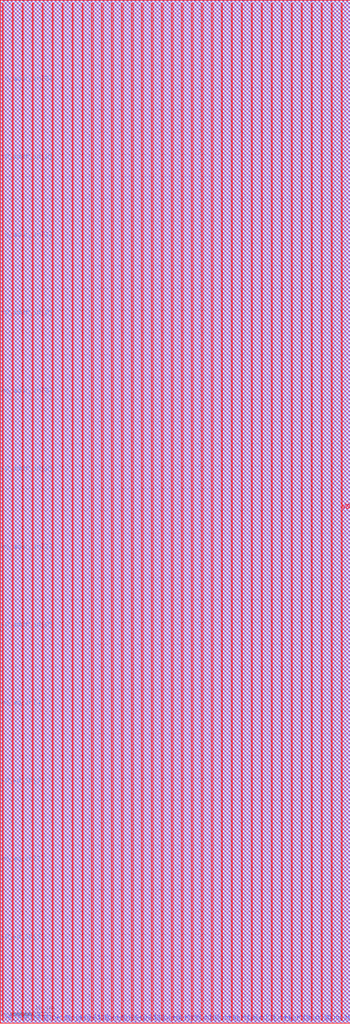
<source format=lef>
VERSION 5.7 ;
BUSBITCHARS "[]" ;
MACRO fakeram_18x256_1r1w
  FOREIGN fakeram_18x256_1r1w 0 0 ;
  SYMMETRY X Y R90 ;
  SIZE 78.660 BY 229.600 ;
  CLASS BLOCK ;
  PIN w0_wd_in[0]
    DIRECTION INPUT ;
    USE SIGNAL ;
    SHAPE ABUTMENT ;
    PORT
      LAYER metal3 ;
      RECT 0.000 0.805 0.140 0.875 ;
    END
  END w0_wd_in[0]
  PIN w0_wd_in[1]
    DIRECTION INPUT ;
    USE SIGNAL ;
    SHAPE ABUTMENT ;
    PORT
      LAYER metal3 ;
      RECT 0.000 18.305 0.140 18.375 ;
    END
  END w0_wd_in[1]
  PIN w0_wd_in[2]
    DIRECTION INPUT ;
    USE SIGNAL ;
    SHAPE ABUTMENT ;
    PORT
      LAYER metal3 ;
      RECT 0.000 35.805 0.140 35.875 ;
    END
  END w0_wd_in[2]
  PIN w0_wd_in[3]
    DIRECTION INPUT ;
    USE SIGNAL ;
    SHAPE ABUTMENT ;
    PORT
      LAYER metal3 ;
      RECT 0.000 53.305 0.140 53.375 ;
    END
  END w0_wd_in[3]
  PIN w0_wd_in[4]
    DIRECTION INPUT ;
    USE SIGNAL ;
    SHAPE ABUTMENT ;
    PORT
      LAYER metal3 ;
      RECT 0.000 70.805 0.140 70.875 ;
    END
  END w0_wd_in[4]
  PIN w0_wd_in[5]
    DIRECTION INPUT ;
    USE SIGNAL ;
    SHAPE ABUTMENT ;
    PORT
      LAYER metal3 ;
      RECT 78.520 0.805 78.660 0.875 ;
    END
  END w0_wd_in[5]
  PIN w0_wd_in[6]
    DIRECTION INPUT ;
    USE SIGNAL ;
    SHAPE ABUTMENT ;
    PORT
      LAYER metal3 ;
      RECT 78.520 18.305 78.660 18.375 ;
    END
  END w0_wd_in[6]
  PIN w0_wd_in[7]
    DIRECTION INPUT ;
    USE SIGNAL ;
    SHAPE ABUTMENT ;
    PORT
      LAYER metal3 ;
      RECT 78.520 35.805 78.660 35.875 ;
    END
  END w0_wd_in[7]
  PIN w0_wd_in[8]
    DIRECTION INPUT ;
    USE SIGNAL ;
    SHAPE ABUTMENT ;
    PORT
      LAYER metal3 ;
      RECT 78.520 53.305 78.660 53.375 ;
    END
  END w0_wd_in[8]
  PIN w0_wd_in[9]
    DIRECTION OUTPUT ;
    USE SIGNAL ;
    SHAPE ABUTMENT ;
    PORT
      LAYER metal2 ;
      RECT 1.105 0.000 1.175 0.140 ;
    END
  END w0_wd_in[9]
  PIN w0_wd_in[10]
    DIRECTION OUTPUT ;
    USE SIGNAL ;
    SHAPE ABUTMENT ;
    PORT
      LAYER metal2 ;
      RECT 5.285 0.000 5.355 0.140 ;
    END
  END w0_wd_in[10]
  PIN w0_wd_in[11]
    DIRECTION OUTPUT ;
    USE SIGNAL ;
    SHAPE ABUTMENT ;
    PORT
      LAYER metal2 ;
      RECT 9.465 0.000 9.535 0.140 ;
    END
  END w0_wd_in[11]
  PIN w0_wd_in[12]
    DIRECTION OUTPUT ;
    USE SIGNAL ;
    SHAPE ABUTMENT ;
    PORT
      LAYER metal2 ;
      RECT 13.645 0.000 13.715 0.140 ;
    END
  END w0_wd_in[12]
  PIN w0_wd_in[13]
    DIRECTION OUTPUT ;
    USE SIGNAL ;
    SHAPE ABUTMENT ;
    PORT
      LAYER metal2 ;
      RECT 17.825 0.000 17.895 0.140 ;
    END
  END w0_wd_in[13]
  PIN w0_wd_in[14]
    DIRECTION OUTPUT ;
    USE SIGNAL ;
    SHAPE ABUTMENT ;
    PORT
      LAYER metal2 ;
      RECT 22.005 0.000 22.075 0.140 ;
    END
  END w0_wd_in[14]
  PIN w0_wd_in[15]
    DIRECTION OUTPUT ;
    USE SIGNAL ;
    SHAPE ABUTMENT ;
    PORT
      LAYER metal2 ;
      RECT 26.185 0.000 26.255 0.140 ;
    END
  END w0_wd_in[15]
  PIN w0_wd_in[16]
    DIRECTION OUTPUT ;
    USE SIGNAL ;
    SHAPE ABUTMENT ;
    PORT
      LAYER metal2 ;
      RECT 30.365 0.000 30.435 0.140 ;
    END
  END w0_wd_in[16]
  PIN w0_wd_in[17]
    DIRECTION OUTPUT ;
    USE SIGNAL ;
    SHAPE ABUTMENT ;
    PORT
      LAYER metal2 ;
      RECT 34.545 0.000 34.615 0.140 ;
    END
  END w0_wd_in[17]
  PIN r0_rd_out[0]
    DIRECTION OUTPUT ;
    USE SIGNAL ;
    SHAPE ABUTMENT ;
    PORT
      LAYER metal2 ;
      RECT 38.725 0.000 38.795 0.140 ;
    END
  END r0_rd_out[0]
  PIN r0_rd_out[1]
    DIRECTION OUTPUT ;
    USE SIGNAL ;
    SHAPE ABUTMENT ;
    PORT
      LAYER metal2 ;
      RECT 42.905 0.000 42.975 0.140 ;
    END
  END r0_rd_out[1]
  PIN r0_rd_out[2]
    DIRECTION OUTPUT ;
    USE SIGNAL ;
    SHAPE ABUTMENT ;
    PORT
      LAYER metal2 ;
      RECT 47.085 0.000 47.155 0.140 ;
    END
  END r0_rd_out[2]
  PIN r0_rd_out[3]
    DIRECTION OUTPUT ;
    USE SIGNAL ;
    SHAPE ABUTMENT ;
    PORT
      LAYER metal2 ;
      RECT 51.265 0.000 51.335 0.140 ;
    END
  END r0_rd_out[3]
  PIN r0_rd_out[4]
    DIRECTION OUTPUT ;
    USE SIGNAL ;
    SHAPE ABUTMENT ;
    PORT
      LAYER metal2 ;
      RECT 55.445 0.000 55.515 0.140 ;
    END
  END r0_rd_out[4]
  PIN r0_rd_out[5]
    DIRECTION OUTPUT ;
    USE SIGNAL ;
    SHAPE ABUTMENT ;
    PORT
      LAYER metal2 ;
      RECT 59.625 0.000 59.695 0.140 ;
    END
  END r0_rd_out[5]
  PIN r0_rd_out[6]
    DIRECTION OUTPUT ;
    USE SIGNAL ;
    SHAPE ABUTMENT ;
    PORT
      LAYER metal2 ;
      RECT 63.805 0.000 63.875 0.140 ;
    END
  END r0_rd_out[6]
  PIN r0_rd_out[7]
    DIRECTION OUTPUT ;
    USE SIGNAL ;
    SHAPE ABUTMENT ;
    PORT
      LAYER metal2 ;
      RECT 67.985 0.000 68.055 0.140 ;
    END
  END r0_rd_out[7]
  PIN r0_rd_out[8]
    DIRECTION OUTPUT ;
    USE SIGNAL ;
    SHAPE ABUTMENT ;
    PORT
      LAYER metal2 ;
      RECT 72.165 0.000 72.235 0.140 ;
    END
  END r0_rd_out[8]
  PIN r0_rd_out[9]
    DIRECTION OUTPUT ;
    USE SIGNAL ;
    SHAPE ABUTMENT ;
    PORT
      LAYER metal2 ;
      RECT 1.105 229.460 1.175 229.600 ;
    END
  END r0_rd_out[9]
  PIN r0_rd_out[10]
    DIRECTION OUTPUT ;
    USE SIGNAL ;
    SHAPE ABUTMENT ;
    PORT
      LAYER metal2 ;
      RECT 6.425 229.460 6.495 229.600 ;
    END
  END r0_rd_out[10]
  PIN r0_rd_out[11]
    DIRECTION OUTPUT ;
    USE SIGNAL ;
    SHAPE ABUTMENT ;
    PORT
      LAYER metal2 ;
      RECT 11.745 229.460 11.815 229.600 ;
    END
  END r0_rd_out[11]
  PIN r0_rd_out[12]
    DIRECTION OUTPUT ;
    USE SIGNAL ;
    SHAPE ABUTMENT ;
    PORT
      LAYER metal2 ;
      RECT 17.065 229.460 17.135 229.600 ;
    END
  END r0_rd_out[12]
  PIN r0_rd_out[13]
    DIRECTION OUTPUT ;
    USE SIGNAL ;
    SHAPE ABUTMENT ;
    PORT
      LAYER metal2 ;
      RECT 22.385 229.460 22.455 229.600 ;
    END
  END r0_rd_out[13]
  PIN r0_rd_out[14]
    DIRECTION OUTPUT ;
    USE SIGNAL ;
    SHAPE ABUTMENT ;
    PORT
      LAYER metal2 ;
      RECT 27.705 229.460 27.775 229.600 ;
    END
  END r0_rd_out[14]
  PIN r0_rd_out[15]
    DIRECTION OUTPUT ;
    USE SIGNAL ;
    SHAPE ABUTMENT ;
    PORT
      LAYER metal2 ;
      RECT 33.025 229.460 33.095 229.600 ;
    END
  END r0_rd_out[15]
  PIN r0_rd_out[16]
    DIRECTION OUTPUT ;
    USE SIGNAL ;
    SHAPE ABUTMENT ;
    PORT
      LAYER metal2 ;
      RECT 38.345 229.460 38.415 229.600 ;
    END
  END r0_rd_out[16]
  PIN r0_rd_out[17]
    DIRECTION OUTPUT ;
    USE SIGNAL ;
    SHAPE ABUTMENT ;
    PORT
      LAYER metal2 ;
      RECT 43.665 229.460 43.735 229.600 ;
    END
  END r0_rd_out[17]
  PIN w0_addr_in[0]
    DIRECTION INPUT ;
    USE SIGNAL ;
    SHAPE ABUTMENT ;
    PORT
      LAYER metal3 ;
      RECT 0.000 88.305 0.140 88.375 ;
    END
  END w0_addr_in[0]
  PIN w0_addr_in[1]
    DIRECTION INPUT ;
    USE SIGNAL ;
    SHAPE ABUTMENT ;
    PORT
      LAYER metal3 ;
      RECT 0.000 105.805 0.140 105.875 ;
    END
  END w0_addr_in[1]
  PIN w0_addr_in[2]
    DIRECTION INPUT ;
    USE SIGNAL ;
    SHAPE ABUTMENT ;
    PORT
      LAYER metal3 ;
      RECT 0.000 123.305 0.140 123.375 ;
    END
  END w0_addr_in[2]
  PIN w0_addr_in[3]
    DIRECTION INPUT ;
    USE SIGNAL ;
    SHAPE ABUTMENT ;
    PORT
      LAYER metal3 ;
      RECT 0.000 140.805 0.140 140.875 ;
    END
  END w0_addr_in[3]
  PIN w0_addr_in[4]
    DIRECTION INPUT ;
    USE SIGNAL ;
    SHAPE ABUTMENT ;
    PORT
      LAYER metal3 ;
      RECT 78.520 70.805 78.660 70.875 ;
    END
  END w0_addr_in[4]
  PIN w0_addr_in[5]
    DIRECTION INPUT ;
    USE SIGNAL ;
    SHAPE ABUTMENT ;
    PORT
      LAYER metal3 ;
      RECT 78.520 88.305 78.660 88.375 ;
    END
  END w0_addr_in[5]
  PIN w0_addr_in[6]
    DIRECTION INPUT ;
    USE SIGNAL ;
    SHAPE ABUTMENT ;
    PORT
      LAYER metal3 ;
      RECT 78.520 105.805 78.660 105.875 ;
    END
  END w0_addr_in[6]
  PIN w0_addr_in[7]
    DIRECTION INPUT ;
    USE SIGNAL ;
    SHAPE ABUTMENT ;
    PORT
      LAYER metal3 ;
      RECT 78.520 123.305 78.660 123.375 ;
    END
  END w0_addr_in[7]
  PIN r0_addr_in[0]
    DIRECTION INPUT ;
    USE SIGNAL ;
    SHAPE ABUTMENT ;
    PORT
      LAYER metal3 ;
      RECT 0.000 158.305 0.140 158.375 ;
    END
  END r0_addr_in[0]
  PIN r0_addr_in[1]
    DIRECTION INPUT ;
    USE SIGNAL ;
    SHAPE ABUTMENT ;
    PORT
      LAYER metal3 ;
      RECT 0.000 175.805 0.140 175.875 ;
    END
  END r0_addr_in[1]
  PIN r0_addr_in[2]
    DIRECTION INPUT ;
    USE SIGNAL ;
    SHAPE ABUTMENT ;
    PORT
      LAYER metal3 ;
      RECT 0.000 193.305 0.140 193.375 ;
    END
  END r0_addr_in[2]
  PIN r0_addr_in[3]
    DIRECTION INPUT ;
    USE SIGNAL ;
    SHAPE ABUTMENT ;
    PORT
      LAYER metal3 ;
      RECT 0.000 210.805 0.140 210.875 ;
    END
  END r0_addr_in[3]
  PIN r0_addr_in[4]
    DIRECTION INPUT ;
    USE SIGNAL ;
    SHAPE ABUTMENT ;
    PORT
      LAYER metal3 ;
      RECT 78.520 140.805 78.660 140.875 ;
    END
  END r0_addr_in[4]
  PIN r0_addr_in[5]
    DIRECTION INPUT ;
    USE SIGNAL ;
    SHAPE ABUTMENT ;
    PORT
      LAYER metal3 ;
      RECT 78.520 158.305 78.660 158.375 ;
    END
  END r0_addr_in[5]
  PIN r0_addr_in[6]
    DIRECTION INPUT ;
    USE SIGNAL ;
    SHAPE ABUTMENT ;
    PORT
      LAYER metal3 ;
      RECT 78.520 175.805 78.660 175.875 ;
    END
  END r0_addr_in[6]
  PIN r0_addr_in[7]
    DIRECTION INPUT ;
    USE SIGNAL ;
    SHAPE ABUTMENT ;
    PORT
      LAYER metal3 ;
      RECT 78.520 193.305 78.660 193.375 ;
    END
  END r0_addr_in[7]
  PIN w0_we_in
    DIRECTION INPUT ;
    USE SIGNAL ;
    SHAPE ABUTMENT ;
    PORT
      LAYER metal2 ;
      RECT 48.985 229.460 49.055 229.600 ;
    END
  END w0_we_in
  PIN w0_ce_in
    DIRECTION INPUT ;
    USE SIGNAL ;
    SHAPE ABUTMENT ;
    PORT
      LAYER metal2 ;
      RECT 54.305 229.460 54.375 229.600 ;
    END
  END w0_ce_in
  PIN w0_clk
    DIRECTION INPUT ;
    USE SIGNAL ;
    SHAPE ABUTMENT ;
    PORT
      LAYER metal2 ;
      RECT 59.625 229.460 59.695 229.600 ;
    END
  END w0_clk
  PIN r0_ce_in
    DIRECTION INPUT ;
    USE SIGNAL ;
    SHAPE ABUTMENT ;
    PORT
      LAYER metal2 ;
      RECT 64.945 229.460 65.015 229.600 ;
    END
  END r0_ce_in
  PIN r0_clk
    DIRECTION INPUT ;
    USE SIGNAL ;
    SHAPE ABUTMENT ;
    PORT
      LAYER metal2 ;
      RECT 70.265 229.460 70.335 229.600 ;
    END
  END r0_clk
  PIN VSS
    DIRECTION INOUT ;
    USE GROUND ;
    PORT
      LAYER metal4 ;
      RECT 0.430 0.700 0.710 228.900 ;
      RECT 2.670 0.700 2.950 228.900 ;
      RECT 4.910 0.700 5.190 228.900 ;
      RECT 7.150 0.700 7.430 228.900 ;
      RECT 9.390 0.700 9.670 228.900 ;
      RECT 11.630 0.700 11.910 228.900 ;
      RECT 13.870 0.700 14.150 228.900 ;
      RECT 16.110 0.700 16.390 228.900 ;
      RECT 18.350 0.700 18.630 228.900 ;
      RECT 20.590 0.700 20.870 228.900 ;
      RECT 22.830 0.700 23.110 228.900 ;
      RECT 25.070 0.700 25.350 228.900 ;
      RECT 27.310 0.700 27.590 228.900 ;
      RECT 29.550 0.700 29.830 228.900 ;
      RECT 31.790 0.700 32.070 228.900 ;
      RECT 34.030 0.700 34.310 228.900 ;
      RECT 36.270 0.700 36.550 228.900 ;
      RECT 38.510 0.700 38.790 228.900 ;
      RECT 40.750 0.700 41.030 228.900 ;
      RECT 42.990 0.700 43.270 228.900 ;
      RECT 45.230 0.700 45.510 228.900 ;
      RECT 47.470 0.700 47.750 228.900 ;
      RECT 49.710 0.700 49.990 228.900 ;
      RECT 51.950 0.700 52.230 228.900 ;
      RECT 54.190 0.700 54.470 228.900 ;
      RECT 56.430 0.700 56.710 228.900 ;
      RECT 58.670 0.700 58.950 228.900 ;
      RECT 60.910 0.700 61.190 228.900 ;
      RECT 63.150 0.700 63.430 228.900 ;
      RECT 65.390 0.700 65.670 228.900 ;
      RECT 67.630 0.700 67.910 228.900 ;
      RECT 69.870 0.700 70.150 228.900 ;
      RECT 72.110 0.700 72.390 228.900 ;
      RECT 74.350 0.700 74.630 228.900 ;
      RECT 76.590 0.700 76.870 228.900 ;
    END
  END VSS
  PIN VDD
    DIRECTION INOUT ;
    USE POWER ;
    PORT
      LAYER metal4 ;
      RECT 0.430 0.700 0.710 228.900 ;
      RECT 2.670 0.700 2.950 228.900 ;
      RECT 4.910 0.700 5.190 228.900 ;
      RECT 7.150 0.700 7.430 228.900 ;
      RECT 9.390 0.700 9.670 228.900 ;
      RECT 11.630 0.700 11.910 228.900 ;
      RECT 13.870 0.700 14.150 228.900 ;
      RECT 16.110 0.700 16.390 228.900 ;
      RECT 18.350 0.700 18.630 228.900 ;
      RECT 20.590 0.700 20.870 228.900 ;
      RECT 22.830 0.700 23.110 228.900 ;
      RECT 25.070 0.700 25.350 228.900 ;
      RECT 27.310 0.700 27.590 228.900 ;
      RECT 29.550 0.700 29.830 228.900 ;
      RECT 31.790 0.700 32.070 228.900 ;
      RECT 34.030 0.700 34.310 228.900 ;
      RECT 36.270 0.700 36.550 228.900 ;
      RECT 38.510 0.700 38.790 228.900 ;
      RECT 40.750 0.700 41.030 228.900 ;
      RECT 42.990 0.700 43.270 228.900 ;
      RECT 45.230 0.700 45.510 228.900 ;
      RECT 47.470 0.700 47.750 228.900 ;
      RECT 49.710 0.700 49.990 228.900 ;
      RECT 51.950 0.700 52.230 228.900 ;
      RECT 54.190 0.700 54.470 228.900 ;
      RECT 56.430 0.700 56.710 228.900 ;
      RECT 58.670 0.700 58.950 228.900 ;
      RECT 60.910 0.700 61.190 228.900 ;
      RECT 63.150 0.700 63.430 228.900 ;
      RECT 65.390 0.700 65.670 228.900 ;
      RECT 67.630 0.700 67.910 228.900 ;
      RECT 69.870 0.700 70.150 228.900 ;
      RECT 72.110 0.700 72.390 228.900 ;
      RECT 74.350 0.700 74.630 228.900 ;
      RECT 76.590 0.700 76.870 228.900 ;
    END
  END VDD
  OBS
    LAYER metal1 ;
    RECT 0 0 78.660 229.600 ;
    LAYER metal2 ;
    RECT 0 0 78.660 229.600 ;
    LAYER metal3 ;
    RECT 0 0 78.660 229.600 ;
    LAYER metal4 ;
    RECT 0 0 78.660 229.600 ;
    LAYER OVERLAP ;
    RECT 0 0 78.660 229.600 ;
  END
END fakeram_18x256_1r1w

END LIBRARY

</source>
